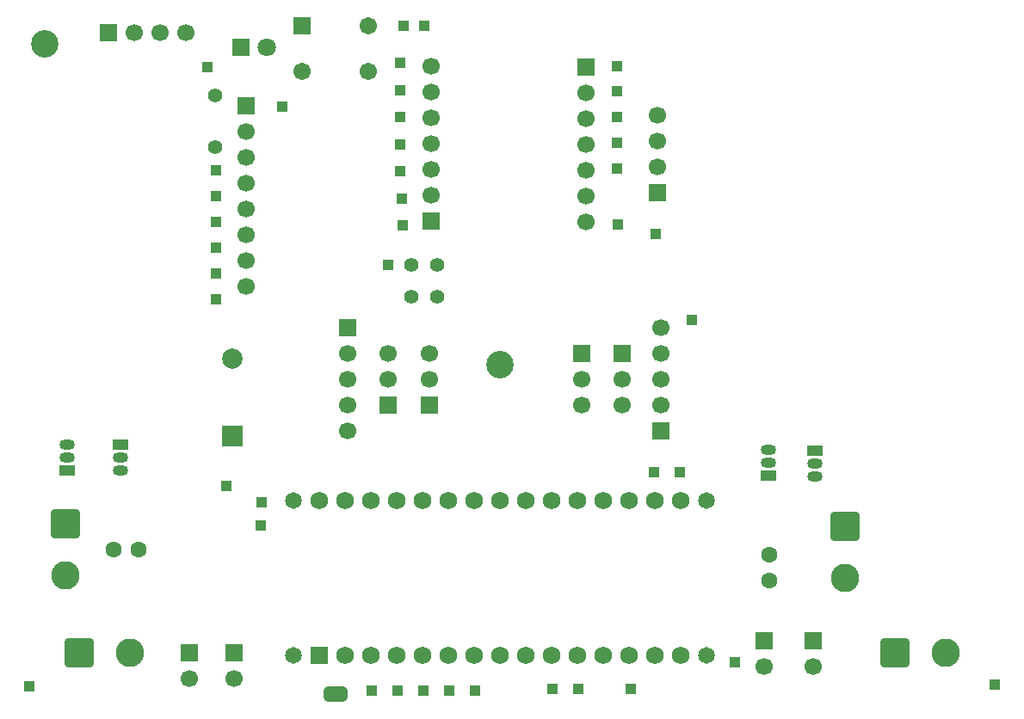
<source format=gbr>
%TF.GenerationSoftware,KiCad,Pcbnew,9.0.3*%
%TF.CreationDate,2025-11-23T12:22:54-05:00*%
%TF.ProjectId,Caretaker,43617265-7461-46b6-9572-2e6b69636164,rev?*%
%TF.SameCoordinates,Original*%
%TF.FileFunction,Soldermask,Top*%
%TF.FilePolarity,Negative*%
%FSLAX46Y46*%
G04 Gerber Fmt 4.6, Leading zero omitted, Abs format (unit mm)*
G04 Created by KiCad (PCBNEW 9.0.3) date 2025-11-23 12:22:54*
%MOMM*%
%LPD*%
G01*
G04 APERTURE LIST*
G04 Aperture macros list*
%AMRoundRect*
0 Rectangle with rounded corners*
0 $1 Rounding radius*
0 $2 $3 $4 $5 $6 $7 $8 $9 X,Y pos of 4 corners*
0 Add a 4 corners polygon primitive as box body*
4,1,4,$2,$3,$4,$5,$6,$7,$8,$9,$2,$3,0*
0 Add four circle primitives for the rounded corners*
1,1,$1+$1,$2,$3*
1,1,$1+$1,$4,$5*
1,1,$1+$1,$6,$7*
1,1,$1+$1,$8,$9*
0 Add four rect primitives between the rounded corners*
20,1,$1+$1,$2,$3,$4,$5,0*
20,1,$1+$1,$4,$5,$6,$7,0*
20,1,$1+$1,$6,$7,$8,$9,0*
20,1,$1+$1,$8,$9,$2,$3,0*%
%AMFreePoly0*
4,1,23,0.500000,-0.750000,0.000000,-0.750000,0.000000,-0.745722,-0.065263,-0.745722,-0.191342,-0.711940,-0.304381,-0.646677,-0.396677,-0.554381,-0.461940,-0.441342,-0.495722,-0.315263,-0.495722,-0.250000,-0.500000,-0.250000,-0.500000,0.250000,-0.495722,0.250000,-0.495722,0.315263,-0.461940,0.441342,-0.396677,0.554381,-0.304381,0.646677,-0.191342,0.711940,-0.065263,0.745722,0.000000,0.745722,
0.000000,0.750000,0.500000,0.750000,0.500000,-0.750000,0.500000,-0.750000,$1*%
%AMFreePoly1*
4,1,23,0.000000,0.745722,0.065263,0.745722,0.191342,0.711940,0.304381,0.646677,0.396677,0.554381,0.461940,0.441342,0.495722,0.315263,0.495722,0.250000,0.500000,0.250000,0.500000,-0.250000,0.495722,-0.250000,0.495722,-0.315263,0.461940,-0.441342,0.396677,-0.554381,0.304381,-0.646677,0.191342,-0.711940,0.065263,-0.745722,0.000000,-0.745722,0.000000,-0.750000,-0.500000,-0.750000,
-0.500000,0.750000,0.000000,0.750000,0.000000,0.745722,0.000000,0.745722,$1*%
G04 Aperture macros list end*
%ADD10R,1.000000X1.000000*%
%ADD11C,2.700000*%
%ADD12R,1.500000X1.050000*%
%ADD13O,1.500000X1.050000*%
%ADD14C,1.400000*%
%ADD15RoundRect,0.102000X-0.754000X-0.754000X0.754000X-0.754000X0.754000X0.754000X-0.754000X0.754000X0*%
%ADD16C,1.712000*%
%ADD17RoundRect,0.250001X-1.149999X1.149999X-1.149999X-1.149999X1.149999X-1.149999X1.149999X1.149999X0*%
%ADD18C,2.800000*%
%ADD19R,1.700000X1.700000*%
%ADD20C,1.700000*%
%ADD21R,1.800000X1.800000*%
%ADD22C,1.800000*%
%ADD23RoundRect,0.250001X-1.149999X-1.149999X1.149999X-1.149999X1.149999X1.149999X-1.149999X1.149999X0*%
%ADD24C,1.600000*%
%ADD25R,2.000000X2.000000*%
%ADD26C,2.000000*%
%ADD27C,1.651000*%
%ADD28RoundRect,0.102000X-0.762000X-0.762000X0.762000X-0.762000X0.762000X0.762000X-0.762000X0.762000X0*%
%ADD29C,1.728000*%
%ADD30FreePoly0,0.000000*%
%ADD31FreePoly1,0.000000*%
G04 APERTURE END LIST*
%TO.C,JP1*%
G36*
X127747971Y-129018600D02*
G01*
X128047971Y-129018600D01*
X128047971Y-130518600D01*
X127747971Y-130518600D01*
X127747971Y-129018600D01*
G37*
%TD*%
D10*
%TO.C,TP31*%
X167227571Y-126644400D03*
%TD*%
%TO.C,TP30*%
X159429771Y-84480400D03*
%TD*%
D11*
%TO.C,H1*%
X99311971Y-65704600D03*
%TD*%
D10*
%TO.C,TP17*%
X155631971Y-70434600D03*
%TD*%
%TO.C,TP24*%
X134281971Y-70287933D03*
%TD*%
%TO.C,TP14*%
X155631971Y-72954600D03*
%TD*%
D12*
%TO.C,Q4*%
X101521971Y-107704600D03*
D13*
X101521971Y-106434600D03*
X101521971Y-105164600D03*
%TD*%
D14*
%TO.C,R1*%
X116071971Y-70840600D03*
X116071971Y-75920600D03*
%TD*%
D10*
%TO.C,TP16*%
X155631971Y-77994600D03*
%TD*%
D15*
%TO.C,S1*%
X124591971Y-63984600D03*
D16*
X131091971Y-63984600D03*
X124591971Y-68484600D03*
X131091971Y-68484600D03*
%TD*%
D10*
%TO.C,TP12*%
X162991971Y-92914600D03*
%TD*%
D17*
%TO.C,D3*%
X101339971Y-112978650D03*
D18*
X101339971Y-118058650D03*
%TD*%
D19*
%TO.C,J2*%
X152561971Y-67984600D03*
D20*
X152561971Y-70524600D03*
X152561971Y-73064600D03*
X152561971Y-75604600D03*
X152561971Y-78144600D03*
X152561971Y-80684600D03*
X152561971Y-83224600D03*
%TD*%
D10*
%TO.C,TP9*%
X97791971Y-129004600D03*
%TD*%
D19*
%TO.C,J16*%
X119111971Y-71824600D03*
D20*
X119111971Y-74364600D03*
X119111971Y-76904600D03*
X119111971Y-79444600D03*
X119111971Y-81984600D03*
X119111971Y-84524600D03*
X119111971Y-87064600D03*
X119111971Y-89604600D03*
%TD*%
D10*
%TO.C,TP19*%
X134491971Y-83594600D03*
%TD*%
D19*
%TO.C,J17*%
X105541971Y-64614600D03*
D20*
X108081971Y-64614600D03*
X110621971Y-64614600D03*
X113161971Y-64614600D03*
%TD*%
D10*
%TO.C,TP3*%
X116161971Y-88328600D03*
%TD*%
%TO.C,TP20*%
X134391971Y-80941267D03*
%TD*%
%TO.C,TP23*%
X134281971Y-72951267D03*
%TD*%
%TO.C,TP18*%
X155631971Y-67914600D03*
%TD*%
%TO.C,TP28*%
X136645971Y-63982600D03*
%TD*%
D21*
%TO.C,D1*%
X118561971Y-66114600D03*
D22*
X121101971Y-66114600D03*
%TD*%
D19*
%TO.C,J1*%
X137311971Y-83216600D03*
D20*
X137311971Y-80676600D03*
X137311971Y-78136600D03*
X137311971Y-75596600D03*
X137311971Y-73056600D03*
X137311971Y-70516600D03*
X137311971Y-67976600D03*
%TD*%
D10*
%TO.C,TP27*%
X155641971Y-83554600D03*
%TD*%
%TO.C,TP25*%
X134281971Y-67624600D03*
%TD*%
D14*
%TO.C,R2*%
X135375971Y-87502600D03*
X137915971Y-87502600D03*
%TD*%
%TO.C,R3*%
X135375971Y-90652600D03*
X137915971Y-90652600D03*
%TD*%
D10*
%TO.C,TP6*%
X116161971Y-80690600D03*
%TD*%
%TO.C,TP15*%
X155631971Y-75474600D03*
%TD*%
%TO.C,TP43*%
X133089971Y-87477600D03*
%TD*%
%TO.C,TP21*%
X134281971Y-78277933D03*
%TD*%
%TO.C,TP22*%
X134281971Y-75614600D03*
%TD*%
%TO.C,TP4*%
X116161971Y-90874600D03*
%TD*%
%TO.C,TP1*%
X116161971Y-83236600D03*
%TD*%
%TO.C,TP2*%
X116161971Y-85782600D03*
%TD*%
%TO.C,TP11*%
X115321971Y-67984600D03*
%TD*%
D23*
%TO.C,J4*%
X102711971Y-125704600D03*
D18*
X107711971Y-125704600D03*
%TD*%
D24*
%TO.C,C2*%
X106061971Y-115504600D03*
X108561971Y-115504600D03*
%TD*%
D10*
%TO.C,TP26*%
X134613971Y-63982600D03*
%TD*%
%TO.C,TP5*%
X116161971Y-78144600D03*
%TD*%
%TO.C,TP7*%
X122631971Y-71914600D03*
%TD*%
D12*
%TO.C,Q2*%
X106711971Y-105164600D03*
D13*
X106711971Y-106434600D03*
X106711971Y-107704600D03*
%TD*%
D19*
%TO.C,J5*%
X159545757Y-80400386D03*
D20*
X159545757Y-77860386D03*
X159545757Y-75320386D03*
X159545757Y-72780386D03*
%TD*%
D10*
%TO.C,TP29*%
X156965971Y-129260600D03*
%TD*%
%TO.C,TP37*%
X141598971Y-129387600D03*
%TD*%
D25*
%TO.C,BZ1*%
X117741971Y-104314600D03*
D26*
X117741971Y-96714600D03*
%TD*%
D12*
%TO.C,Q1*%
X175101971Y-105784600D03*
D13*
X175101971Y-107054600D03*
X175101971Y-108324600D03*
%TD*%
D17*
%TO.C,D2*%
X178075971Y-113258600D03*
D18*
X178075971Y-118338600D03*
%TD*%
D12*
%TO.C,Q3*%
X170501971Y-108264600D03*
D13*
X170501971Y-106994600D03*
X170501971Y-105724600D03*
%TD*%
D27*
%TO.C,U1*%
X123791971Y-110684600D03*
X123791971Y-125924600D03*
X164431971Y-110684600D03*
X164431971Y-125924600D03*
D28*
X126331971Y-125924600D03*
D29*
X128871971Y-125924600D03*
X131411971Y-125924600D03*
X133951971Y-125924600D03*
X136491971Y-125924600D03*
X139031971Y-125924600D03*
X141571971Y-125924600D03*
X144111971Y-125924600D03*
X146651971Y-125924600D03*
X149191971Y-125924600D03*
X151731971Y-125924600D03*
X154271971Y-125924600D03*
X156811971Y-125924600D03*
X159351971Y-125924600D03*
X161891971Y-125924600D03*
X161891971Y-110684600D03*
X159351971Y-110684600D03*
X156811971Y-110684600D03*
X154271971Y-110684600D03*
X151731971Y-110684600D03*
X149191971Y-110684600D03*
X146651971Y-110684600D03*
X144111971Y-110684600D03*
X141571971Y-110684600D03*
X139031971Y-110684600D03*
X136491971Y-110684600D03*
X133951971Y-110684600D03*
X131411971Y-110684600D03*
X128871971Y-110684600D03*
X126331971Y-110684600D03*
%TD*%
D10*
%TO.C,TP36*%
X149218971Y-129260600D03*
%TD*%
%TO.C,TP13*%
X120516971Y-113131600D03*
%TD*%
%TO.C,TP39*%
X136518971Y-129387600D03*
%TD*%
%TO.C,TP34*%
X159251971Y-107924600D03*
%TD*%
D19*
%TO.C,J9*%
X156111971Y-96224600D03*
D20*
X156111971Y-98764600D03*
X156111971Y-101304600D03*
%TD*%
D10*
%TO.C,TP40*%
X133978971Y-129387600D03*
%TD*%
D23*
%TO.C,J3*%
X182911971Y-125704600D03*
D18*
X187911971Y-125704600D03*
%TD*%
D19*
%TO.C,J10*%
X159911971Y-103844600D03*
D20*
X159911971Y-101304600D03*
X159911971Y-98764600D03*
X159911971Y-96224600D03*
X159911971Y-93684600D03*
%TD*%
D10*
%TO.C,TP41*%
X131438971Y-129387600D03*
%TD*%
%TO.C,TP35*%
X151758971Y-129260600D03*
%TD*%
%TO.C,TP33*%
X161791971Y-107924600D03*
%TD*%
%TO.C,TP8*%
X192731971Y-128824600D03*
%TD*%
D24*
%TO.C,C1*%
X170554971Y-116052600D03*
X170554971Y-118552600D03*
%TD*%
D19*
%TO.C,J8*%
X152111971Y-96224600D03*
D20*
X152111971Y-98764600D03*
X152111971Y-101304600D03*
%TD*%
D11*
%TO.C,H2*%
X144111971Y-97304600D03*
%TD*%
D19*
%TO.C,J6*%
X133111971Y-101304600D03*
D20*
X133111971Y-98764600D03*
X133111971Y-96224600D03*
%TD*%
D19*
%TO.C,J15*%
X117931971Y-125699600D03*
D20*
X117931971Y-128239600D03*
%TD*%
D10*
%TO.C,TP42*%
X120643971Y-110845600D03*
%TD*%
D30*
%TO.C,JP1*%
X127247971Y-129768600D03*
D31*
X128547971Y-129768600D03*
%TD*%
D19*
%TO.C,J12*%
X170111971Y-124510800D03*
D20*
X170111971Y-127050800D03*
%TD*%
D19*
%TO.C,J7*%
X137111971Y-101304600D03*
D20*
X137111971Y-98764600D03*
X137111971Y-96224600D03*
%TD*%
D10*
%TO.C,TP10*%
X117171971Y-109294600D03*
%TD*%
%TO.C,TP38*%
X139058971Y-129387600D03*
%TD*%
D19*
%TO.C,J14*%
X113531971Y-125699600D03*
D20*
X113531971Y-128239600D03*
%TD*%
D19*
%TO.C,J11*%
X129111971Y-93684600D03*
D20*
X129111971Y-96224600D03*
X129111971Y-98764600D03*
X129111971Y-101304600D03*
X129111971Y-103844600D03*
%TD*%
D19*
%TO.C,J13*%
X174911971Y-124462100D03*
D20*
X174911971Y-127002100D03*
%TD*%
M02*

</source>
